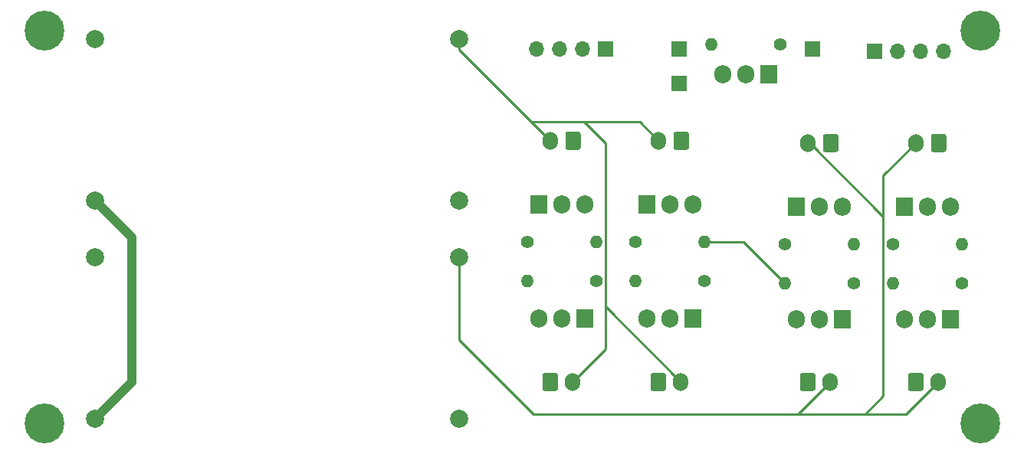
<source format=gbr>
%TF.GenerationSoftware,KiCad,Pcbnew,(5.1.10)-1*%
%TF.CreationDate,2023-03-15T18:11:03+01:00*%
%TF.ProjectId,Ender3 Upgrade,456e6465-7233-4205-9570-67726164652e,rev?*%
%TF.SameCoordinates,Original*%
%TF.FileFunction,Copper,L2,Bot*%
%TF.FilePolarity,Positive*%
%FSLAX46Y46*%
G04 Gerber Fmt 4.6, Leading zero omitted, Abs format (unit mm)*
G04 Created by KiCad (PCBNEW (5.1.10)-1) date 2023-03-15 18:11:03*
%MOMM*%
%LPD*%
G01*
G04 APERTURE LIST*
%TA.AperFunction,ComponentPad*%
%ADD10O,1.905000X2.000000*%
%TD*%
%TA.AperFunction,ComponentPad*%
%ADD11R,1.905000X2.000000*%
%TD*%
%TA.AperFunction,ComponentPad*%
%ADD12O,1.400000X1.400000*%
%TD*%
%TA.AperFunction,ComponentPad*%
%ADD13C,1.400000*%
%TD*%
%TA.AperFunction,ComponentPad*%
%ADD14R,1.700000X1.700000*%
%TD*%
%TA.AperFunction,ComponentPad*%
%ADD15O,1.700000X1.700000*%
%TD*%
%TA.AperFunction,ComponentPad*%
%ADD16C,4.400000*%
%TD*%
%TA.AperFunction,ComponentPad*%
%ADD17C,2.000000*%
%TD*%
%TA.AperFunction,ComponentPad*%
%ADD18O,1.700000X2.000000*%
%TD*%
%TA.AperFunction,Conductor*%
%ADD19C,0.250000*%
%TD*%
%TA.AperFunction,Conductor*%
%ADD20C,1.000000*%
%TD*%
G04 APERTURE END LIST*
D10*
%TO.P,TS1,3*%
%TO.N,Net-(JS_Board1-Pad1)*%
X148298927Y-92789187D03*
%TO.P,TS1,2*%
%TO.N,Net-(JS_Power1-Pad1)*%
X150838927Y-92789187D03*
D11*
%TO.P,TS1,1*%
%TO.N,Net-(JS_Control1-Pad1)*%
X153378927Y-92789187D03*
%TD*%
D12*
%TO.P,RS1,2*%
%TO.N,Net-(JS_Board1-Pad1)*%
X147048927Y-89487187D03*
D13*
%TO.P,RS1,1*%
%TO.N,Net-(JS_Control1-Pad1)*%
X154668927Y-89487187D03*
%TD*%
D14*
%TO.P,JS_Power,1*%
%TO.N,Net-(JS_Power1-Pad1)*%
X158224927Y-89995187D03*
%TD*%
%TO.P,JS,1*%
%TO.N,Net-(JS_Control1-Pad1)*%
X143492927Y-93805187D03*
%TD*%
%TO.P,JS_Board,1*%
%TO.N,Net-(JS_Board1-Pad1)*%
X143492927Y-89995187D03*
%TD*%
D15*
%TO.P,J2,4*%
%TO.N,Net-(J2-Pad4)*%
X172702927Y-90249187D03*
%TO.P,J2,3*%
%TO.N,Net-(J2-Pad3)*%
X170162927Y-90249187D03*
%TO.P,J2,2*%
%TO.N,Net-(J2-Pad2)*%
X167622927Y-90249187D03*
D14*
%TO.P,J2,1*%
%TO.N,Net-(J2-Pad1)*%
X165082927Y-90249187D03*
%TD*%
D15*
%TO.P,J1,4*%
%TO.N,Net-(J1-Pad4)*%
X127744927Y-89995187D03*
%TO.P,J1,3*%
%TO.N,Net-(J1-Pad3)*%
X130284927Y-89995187D03*
%TO.P,J1,2*%
%TO.N,Net-(J1-Pad2)*%
X132824927Y-89995187D03*
D14*
%TO.P,J1,1*%
%TO.N,Net-(J1-Pad1)*%
X135364927Y-89995187D03*
%TD*%
D16*
%TO.P,REF\u002A\u002A,1*%
%TO.N,N/C*%
X176766927Y-87963187D03*
%TD*%
%TO.P,REF\u002A\u002A,1*%
%TO.N,N/C*%
X176766927Y-131397187D03*
%TD*%
%TO.P,REF\u002A\u002A,1*%
%TO.N,N/C*%
X73388927Y-131397187D03*
%TD*%
%TO.P,REF\u002A\u002A,1*%
%TO.N,N/C*%
X73388927Y-87963187D03*
%TD*%
D17*
%TO.P,DCDCBC1,4*%
%TO.N,5V*%
X119223927Y-88930187D03*
%TO.P,DCDCBC1,3*%
%TO.N,GND*%
X119223927Y-106759260D03*
%TO.P,DCDCBC1,2*%
%TO.N,+24V*%
X79023927Y-88930187D03*
%TO.P,DCDCBC1,1*%
%TO.N,GNDPWR*%
X79023927Y-106780187D03*
%TD*%
%TO.P,DCDCBC2,4*%
%TO.N,12V*%
X119203740Y-113060114D03*
%TO.P,DCDCBC2,3*%
%TO.N,GND*%
X119203740Y-130889187D03*
%TO.P,DCDCBC2,2*%
%TO.N,+24V*%
X79003740Y-113060114D03*
%TO.P,DCDCBC2,1*%
%TO.N,GNDPWR*%
X79003740Y-130910114D03*
%TD*%
D10*
%TO.P,T8,3*%
%TO.N,GND*%
X156426927Y-119894187D03*
%TO.P,T8,2*%
%TO.N,Net-(C8-Pad1)*%
X158966927Y-119894187D03*
D11*
%TO.P,T8,1*%
%TO.N,Net-(J2-Pad4)*%
X161506927Y-119894187D03*
%TD*%
D10*
%TO.P,T7,3*%
%TO.N,GND*%
X127978927Y-119767187D03*
%TO.P,T7,2*%
%TO.N,Net-(C7-Pad1)*%
X130518927Y-119767187D03*
D11*
%TO.P,T7,1*%
%TO.N,Net-(J1-Pad1)*%
X133058927Y-119767187D03*
%TD*%
D10*
%TO.P,T6,3*%
%TO.N,GND*%
X168364927Y-119894187D03*
%TO.P,T6,2*%
%TO.N,Net-(C6-Pad1)*%
X170904927Y-119894187D03*
D11*
%TO.P,T6,1*%
%TO.N,Net-(J2-Pad3)*%
X173444927Y-119894187D03*
%TD*%
D10*
%TO.P,T5,3*%
%TO.N,GND*%
X139916927Y-119767187D03*
%TO.P,T5,2*%
%TO.N,Net-(C5-Pad1)*%
X142456927Y-119767187D03*
D11*
%TO.P,T5,1*%
%TO.N,Net-(J1-Pad2)*%
X144996927Y-119767187D03*
%TD*%
D10*
%TO.P,T4,3*%
%TO.N,GND*%
X173464927Y-107467187D03*
%TO.P,T4,2*%
%TO.N,Net-(C4-Pad1)*%
X170924927Y-107467187D03*
D11*
%TO.P,T4,1*%
%TO.N,Net-(J2-Pad2)*%
X168384927Y-107467187D03*
%TD*%
D10*
%TO.P,T3,3*%
%TO.N,GND*%
X145036927Y-107213187D03*
%TO.P,T3,2*%
%TO.N,Net-(C3-Pad1)*%
X142496927Y-107213187D03*
D11*
%TO.P,T3,1*%
%TO.N,Net-(J1-Pad3)*%
X139956927Y-107213187D03*
%TD*%
D10*
%TO.P,T2,3*%
%TO.N,GND*%
X161546927Y-107467187D03*
%TO.P,T2,2*%
%TO.N,Net-(C2-Pad1)*%
X159006927Y-107467187D03*
D11*
%TO.P,T2,1*%
%TO.N,Net-(J2-Pad1)*%
X156466927Y-107467187D03*
%TD*%
D10*
%TO.P,T1,3*%
%TO.N,GND*%
X133078927Y-107213187D03*
%TO.P,T1,2*%
%TO.N,Net-(C1-Pad1)*%
X130538927Y-107213187D03*
D11*
%TO.P,T1,1*%
%TO.N,Net-(J1-Pad4)*%
X127998927Y-107213187D03*
%TD*%
D12*
%TO.P,R8,2*%
%TO.N,GND*%
X155156927Y-115903187D03*
D13*
%TO.P,R8,1*%
%TO.N,Net-(J2-Pad4)*%
X162776927Y-115903187D03*
%TD*%
D12*
%TO.P,R7,2*%
%TO.N,GND*%
X126708927Y-115649187D03*
D13*
%TO.P,R7,1*%
%TO.N,Net-(J1-Pad1)*%
X134328927Y-115649187D03*
%TD*%
D12*
%TO.P,R6,2*%
%TO.N,GND*%
X167094927Y-115903187D03*
D13*
%TO.P,R6,1*%
%TO.N,Net-(J2-Pad3)*%
X174714927Y-115903187D03*
%TD*%
D12*
%TO.P,R5,2*%
%TO.N,GND*%
X138646927Y-115649187D03*
D13*
%TO.P,R5,1*%
%TO.N,Net-(J1-Pad2)*%
X146266927Y-115649187D03*
%TD*%
D12*
%TO.P,R4,2*%
%TO.N,GND*%
X174734927Y-111585187D03*
D13*
%TO.P,R4,1*%
%TO.N,Net-(J2-Pad2)*%
X167114927Y-111585187D03*
%TD*%
D12*
%TO.P,R3,2*%
%TO.N,GND*%
X146306927Y-111331187D03*
D13*
%TO.P,R3,1*%
%TO.N,Net-(J1-Pad3)*%
X138686927Y-111331187D03*
%TD*%
D12*
%TO.P,R2,2*%
%TO.N,GND*%
X162816927Y-111585187D03*
D13*
%TO.P,R2,1*%
%TO.N,Net-(J2-Pad1)*%
X155196927Y-111585187D03*
%TD*%
D12*
%TO.P,R1,2*%
%TO.N,GND*%
X134348927Y-111331187D03*
D13*
%TO.P,R1,1*%
%TO.N,Net-(J1-Pad4)*%
X126728927Y-111331187D03*
%TD*%
D18*
%TO.P,C8,2*%
%TO.N,12V*%
X160216927Y-126825187D03*
%TO.P,C8,1*%
%TO.N,Net-(C8-Pad1)*%
%TA.AperFunction,ComponentPad*%
G36*
G01*
X156866927Y-127575187D02*
X156866927Y-126075187D01*
G75*
G02*
X157116927Y-125825187I250000J0D01*
G01*
X158316927Y-125825187D01*
G75*
G02*
X158566927Y-126075187I0J-250000D01*
G01*
X158566927Y-127575187D01*
G75*
G02*
X158316927Y-127825187I-250000J0D01*
G01*
X157116927Y-127825187D01*
G75*
G02*
X156866927Y-127575187I0J250000D01*
G01*
G37*
%TD.AperFunction*%
%TD*%
%TO.P,C7,2*%
%TO.N,5V*%
X131768927Y-126825187D03*
%TO.P,C7,1*%
%TO.N,Net-(C7-Pad1)*%
%TA.AperFunction,ComponentPad*%
G36*
G01*
X128418927Y-127575187D02*
X128418927Y-126075187D01*
G75*
G02*
X128668927Y-125825187I250000J0D01*
G01*
X129868927Y-125825187D01*
G75*
G02*
X130118927Y-126075187I0J-250000D01*
G01*
X130118927Y-127575187D01*
G75*
G02*
X129868927Y-127825187I-250000J0D01*
G01*
X128668927Y-127825187D01*
G75*
G02*
X128418927Y-127575187I0J250000D01*
G01*
G37*
%TD.AperFunction*%
%TD*%
%TO.P,C6,2*%
%TO.N,12V*%
X172154927Y-126825187D03*
%TO.P,C6,1*%
%TO.N,Net-(C6-Pad1)*%
%TA.AperFunction,ComponentPad*%
G36*
G01*
X168804927Y-127575187D02*
X168804927Y-126075187D01*
G75*
G02*
X169054927Y-125825187I250000J0D01*
G01*
X170254927Y-125825187D01*
G75*
G02*
X170504927Y-126075187I0J-250000D01*
G01*
X170504927Y-127575187D01*
G75*
G02*
X170254927Y-127825187I-250000J0D01*
G01*
X169054927Y-127825187D01*
G75*
G02*
X168804927Y-127575187I0J250000D01*
G01*
G37*
%TD.AperFunction*%
%TD*%
%TO.P,C5,2*%
%TO.N,5V*%
X143706927Y-126825187D03*
%TO.P,C5,1*%
%TO.N,Net-(C5-Pad1)*%
%TA.AperFunction,ComponentPad*%
G36*
G01*
X140356927Y-127575187D02*
X140356927Y-126075187D01*
G75*
G02*
X140606927Y-125825187I250000J0D01*
G01*
X141806927Y-125825187D01*
G75*
G02*
X142056927Y-126075187I0J-250000D01*
G01*
X142056927Y-127575187D01*
G75*
G02*
X141806927Y-127825187I-250000J0D01*
G01*
X140606927Y-127825187D01*
G75*
G02*
X140356927Y-127575187I0J250000D01*
G01*
G37*
%TD.AperFunction*%
%TD*%
%TO.P,C4,2*%
%TO.N,12V*%
X169674927Y-100409187D03*
%TO.P,C4,1*%
%TO.N,Net-(C4-Pad1)*%
%TA.AperFunction,ComponentPad*%
G36*
G01*
X173024927Y-99659187D02*
X173024927Y-101159187D01*
G75*
G02*
X172774927Y-101409187I-250000J0D01*
G01*
X171574927Y-101409187D01*
G75*
G02*
X171324927Y-101159187I0J250000D01*
G01*
X171324927Y-99659187D01*
G75*
G02*
X171574927Y-99409187I250000J0D01*
G01*
X172774927Y-99409187D01*
G75*
G02*
X173024927Y-99659187I0J-250000D01*
G01*
G37*
%TD.AperFunction*%
%TD*%
%TO.P,C3,2*%
%TO.N,5V*%
X141246927Y-100155187D03*
%TO.P,C3,1*%
%TO.N,Net-(C3-Pad1)*%
%TA.AperFunction,ComponentPad*%
G36*
G01*
X144596927Y-99405187D02*
X144596927Y-100905187D01*
G75*
G02*
X144346927Y-101155187I-250000J0D01*
G01*
X143146927Y-101155187D01*
G75*
G02*
X142896927Y-100905187I0J250000D01*
G01*
X142896927Y-99405187D01*
G75*
G02*
X143146927Y-99155187I250000J0D01*
G01*
X144346927Y-99155187D01*
G75*
G02*
X144596927Y-99405187I0J-250000D01*
G01*
G37*
%TD.AperFunction*%
%TD*%
%TO.P,C2,2*%
%TO.N,12V*%
X157756927Y-100409187D03*
%TO.P,C2,1*%
%TO.N,Net-(C2-Pad1)*%
%TA.AperFunction,ComponentPad*%
G36*
G01*
X161106927Y-99659187D02*
X161106927Y-101159187D01*
G75*
G02*
X160856927Y-101409187I-250000J0D01*
G01*
X159656927Y-101409187D01*
G75*
G02*
X159406927Y-101159187I0J250000D01*
G01*
X159406927Y-99659187D01*
G75*
G02*
X159656927Y-99409187I250000J0D01*
G01*
X160856927Y-99409187D01*
G75*
G02*
X161106927Y-99659187I0J-250000D01*
G01*
G37*
%TD.AperFunction*%
%TD*%
%TO.P,C1,2*%
%TO.N,5V*%
X129288927Y-100155187D03*
%TO.P,C1,1*%
%TO.N,Net-(C1-Pad1)*%
%TA.AperFunction,ComponentPad*%
G36*
G01*
X132638927Y-99405187D02*
X132638927Y-100905187D01*
G75*
G02*
X132388927Y-101155187I-250000J0D01*
G01*
X131188927Y-101155187D01*
G75*
G02*
X130938927Y-100905187I0J250000D01*
G01*
X130938927Y-99405187D01*
G75*
G02*
X131188927Y-99155187I250000J0D01*
G01*
X132388927Y-99155187D01*
G75*
G02*
X132638927Y-99405187I0J-250000D01*
G01*
G37*
%TD.AperFunction*%
%TD*%
D19*
%TO.N,5V*%
X139165927Y-98074187D02*
X141246927Y-100155187D01*
X143706927Y-126825187D02*
X135373928Y-118492188D01*
X133785917Y-98830177D02*
X133029927Y-98074187D01*
X133029927Y-98074187D02*
X139165927Y-98074187D01*
X135373928Y-100418188D02*
X133785917Y-98830177D01*
X135373928Y-123220186D02*
X135373928Y-118198188D01*
X131768927Y-126825187D02*
X135373928Y-123220186D01*
X135373928Y-118198188D02*
X135373928Y-100418188D01*
X135373928Y-118492188D02*
X135373928Y-118198188D01*
X133029927Y-98074187D02*
X127285927Y-98074187D01*
X127285927Y-98074187D02*
X127246927Y-98113187D01*
X127246927Y-98113187D02*
X129288927Y-100155187D01*
X127207927Y-98074187D02*
X127246927Y-98113187D01*
X127207927Y-98074187D02*
X127187927Y-98074187D01*
X119223927Y-90110187D02*
X119223927Y-88930187D01*
X127187927Y-98074187D02*
X119223927Y-90110187D01*
%TO.N,12V*%
X156660927Y-130381187D02*
X160216927Y-126825187D01*
X127380813Y-130381187D02*
X156660927Y-130381187D01*
X172154927Y-126825187D02*
X168598927Y-130381187D01*
X169674927Y-100409187D02*
X169654927Y-100409187D01*
X166069926Y-128378188D02*
X164066927Y-130381187D01*
X169654927Y-100409187D02*
X166069926Y-103994188D01*
X164066927Y-130381187D02*
X156660927Y-130381187D01*
X168598927Y-130381187D02*
X164066927Y-130381187D01*
X157970927Y-100409187D02*
X166069926Y-108508186D01*
X166069926Y-108508186D02*
X166069926Y-128378188D01*
X157756927Y-100409187D02*
X157970927Y-100409187D01*
X166069926Y-103994188D02*
X166069926Y-108508186D01*
X119203740Y-122204114D02*
X127380813Y-130381187D01*
X119203740Y-113060114D02*
X119203740Y-122204114D01*
%TO.N,GND*%
X150584927Y-111331187D02*
X155156927Y-115903187D01*
X146306927Y-111331187D02*
X150584927Y-111331187D01*
D20*
%TO.N,GNDPWR*%
X79003740Y-130910114D02*
X83040927Y-126872927D01*
X83040927Y-110797187D02*
X79023927Y-106780187D01*
X83040927Y-126872927D02*
X83040927Y-110797187D01*
%TD*%
M02*

</source>
